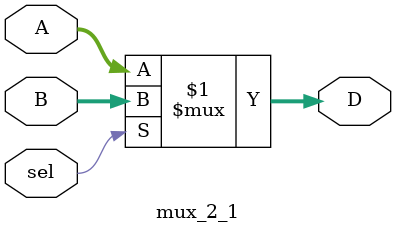
<source format=v>
module mux_2_1(
	input [31:0] A, B,
	input sel,
	output [31:0] D
);
	assign D = sel ? B:A;


endmodule

</source>
